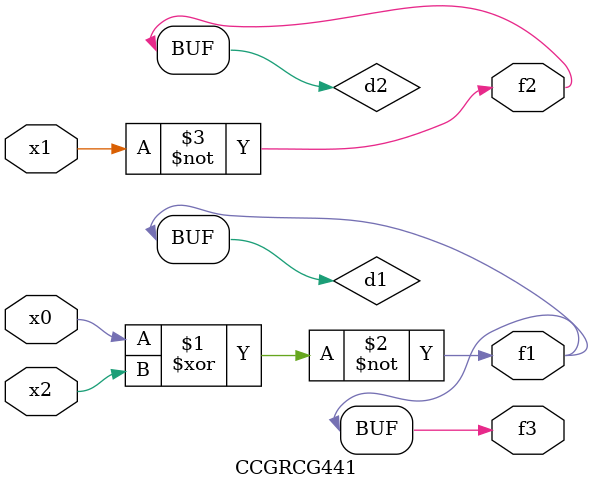
<source format=v>
module CCGRCG441(
	input x0, x1, x2,
	output f1, f2, f3
);

	wire d1, d2, d3;

	xnor (d1, x0, x2);
	nand (d2, x1);
	nor (d3, x1, x2);
	assign f1 = d1;
	assign f2 = d2;
	assign f3 = d1;
endmodule

</source>
